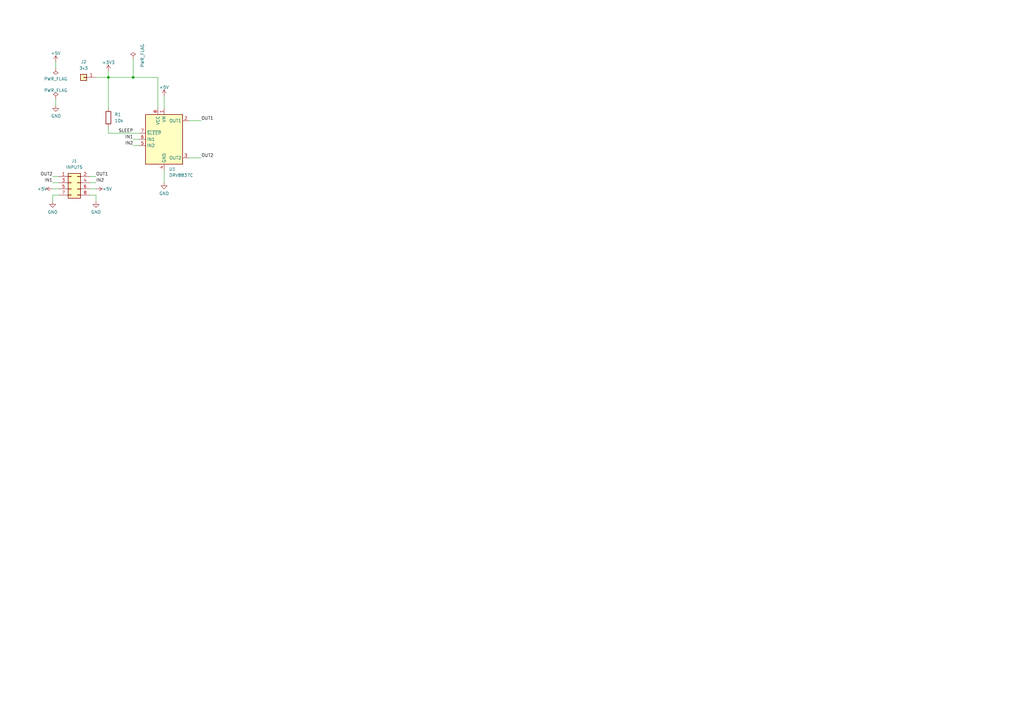
<source format=kicad_sch>
(kicad_sch (version 20211123) (generator eeschema)

  (uuid 3b838d52-596d-4e4d-a6ac-e4c8e7621137)

  (paper "A3")

  (lib_symbols
    (symbol "Connector_Generic:Conn_01x01" (pin_names (offset 1.016) hide) (in_bom yes) (on_board yes)
      (property "Reference" "J" (id 0) (at 0 2.54 0)
        (effects (font (size 1.27 1.27)))
      )
      (property "Value" "Conn_01x01" (id 1) (at 0 -2.54 0)
        (effects (font (size 1.27 1.27)))
      )
      (property "Footprint" "" (id 2) (at 0 0 0)
        (effects (font (size 1.27 1.27)) hide)
      )
      (property "Datasheet" "~" (id 3) (at 0 0 0)
        (effects (font (size 1.27 1.27)) hide)
      )
      (property "ki_keywords" "connector" (id 4) (at 0 0 0)
        (effects (font (size 1.27 1.27)) hide)
      )
      (property "ki_description" "Generic connector, single row, 01x01, script generated (kicad-library-utils/schlib/autogen/connector/)" (id 5) (at 0 0 0)
        (effects (font (size 1.27 1.27)) hide)
      )
      (property "ki_fp_filters" "Connector*:*_1x??_*" (id 6) (at 0 0 0)
        (effects (font (size 1.27 1.27)) hide)
      )
      (symbol "Conn_01x01_1_1"
        (rectangle (start -1.27 0.127) (end 0 -0.127)
          (stroke (width 0.1524) (type default) (color 0 0 0 0))
          (fill (type none))
        )
        (rectangle (start -1.27 1.27) (end 1.27 -1.27)
          (stroke (width 0.254) (type default) (color 0 0 0 0))
          (fill (type background))
        )
        (pin passive line (at -5.08 0 0) (length 3.81)
          (name "Pin_1" (effects (font (size 1.27 1.27))))
          (number "1" (effects (font (size 1.27 1.27))))
        )
      )
    )
    (symbol "Connector_Generic:Conn_02x04_Odd_Even" (pin_names (offset 1.016) hide) (in_bom yes) (on_board yes)
      (property "Reference" "J" (id 0) (at 1.27 5.08 0)
        (effects (font (size 1.27 1.27)))
      )
      (property "Value" "Conn_02x04_Odd_Even" (id 1) (at 1.27 -7.62 0)
        (effects (font (size 1.27 1.27)))
      )
      (property "Footprint" "" (id 2) (at 0 0 0)
        (effects (font (size 1.27 1.27)) hide)
      )
      (property "Datasheet" "~" (id 3) (at 0 0 0)
        (effects (font (size 1.27 1.27)) hide)
      )
      (property "ki_keywords" "connector" (id 4) (at 0 0 0)
        (effects (font (size 1.27 1.27)) hide)
      )
      (property "ki_description" "Generic connector, double row, 02x04, odd/even pin numbering scheme (row 1 odd numbers, row 2 even numbers), script generated (kicad-library-utils/schlib/autogen/connector/)" (id 5) (at 0 0 0)
        (effects (font (size 1.27 1.27)) hide)
      )
      (property "ki_fp_filters" "Connector*:*_2x??_*" (id 6) (at 0 0 0)
        (effects (font (size 1.27 1.27)) hide)
      )
      (symbol "Conn_02x04_Odd_Even_1_1"
        (rectangle (start -1.27 -4.953) (end 0 -5.207)
          (stroke (width 0.1524) (type default) (color 0 0 0 0))
          (fill (type none))
        )
        (rectangle (start -1.27 -2.413) (end 0 -2.667)
          (stroke (width 0.1524) (type default) (color 0 0 0 0))
          (fill (type none))
        )
        (rectangle (start -1.27 0.127) (end 0 -0.127)
          (stroke (width 0.1524) (type default) (color 0 0 0 0))
          (fill (type none))
        )
        (rectangle (start -1.27 2.667) (end 0 2.413)
          (stroke (width 0.1524) (type default) (color 0 0 0 0))
          (fill (type none))
        )
        (rectangle (start -1.27 3.81) (end 3.81 -6.35)
          (stroke (width 0.254) (type default) (color 0 0 0 0))
          (fill (type background))
        )
        (rectangle (start 3.81 -4.953) (end 2.54 -5.207)
          (stroke (width 0.1524) (type default) (color 0 0 0 0))
          (fill (type none))
        )
        (rectangle (start 3.81 -2.413) (end 2.54 -2.667)
          (stroke (width 0.1524) (type default) (color 0 0 0 0))
          (fill (type none))
        )
        (rectangle (start 3.81 0.127) (end 2.54 -0.127)
          (stroke (width 0.1524) (type default) (color 0 0 0 0))
          (fill (type none))
        )
        (rectangle (start 3.81 2.667) (end 2.54 2.413)
          (stroke (width 0.1524) (type default) (color 0 0 0 0))
          (fill (type none))
        )
        (pin passive line (at -5.08 2.54 0) (length 3.81)
          (name "Pin_1" (effects (font (size 1.27 1.27))))
          (number "1" (effects (font (size 1.27 1.27))))
        )
        (pin passive line (at 7.62 2.54 180) (length 3.81)
          (name "Pin_2" (effects (font (size 1.27 1.27))))
          (number "2" (effects (font (size 1.27 1.27))))
        )
        (pin passive line (at -5.08 0 0) (length 3.81)
          (name "Pin_3" (effects (font (size 1.27 1.27))))
          (number "3" (effects (font (size 1.27 1.27))))
        )
        (pin passive line (at 7.62 0 180) (length 3.81)
          (name "Pin_4" (effects (font (size 1.27 1.27))))
          (number "4" (effects (font (size 1.27 1.27))))
        )
        (pin passive line (at -5.08 -2.54 0) (length 3.81)
          (name "Pin_5" (effects (font (size 1.27 1.27))))
          (number "5" (effects (font (size 1.27 1.27))))
        )
        (pin passive line (at 7.62 -2.54 180) (length 3.81)
          (name "Pin_6" (effects (font (size 1.27 1.27))))
          (number "6" (effects (font (size 1.27 1.27))))
        )
        (pin passive line (at -5.08 -5.08 0) (length 3.81)
          (name "Pin_7" (effects (font (size 1.27 1.27))))
          (number "7" (effects (font (size 1.27 1.27))))
        )
        (pin passive line (at 7.62 -5.08 180) (length 3.81)
          (name "Pin_8" (effects (font (size 1.27 1.27))))
          (number "8" (effects (font (size 1.27 1.27))))
        )
      )
    )
    (symbol "Device:R" (pin_numbers hide) (pin_names (offset 0)) (in_bom yes) (on_board yes)
      (property "Reference" "R" (id 0) (at 2.032 0 90)
        (effects (font (size 1.27 1.27)))
      )
      (property "Value" "R" (id 1) (at 0 0 90)
        (effects (font (size 1.27 1.27)))
      )
      (property "Footprint" "" (id 2) (at -1.778 0 90)
        (effects (font (size 1.27 1.27)) hide)
      )
      (property "Datasheet" "~" (id 3) (at 0 0 0)
        (effects (font (size 1.27 1.27)) hide)
      )
      (property "ki_keywords" "R res resistor" (id 4) (at 0 0 0)
        (effects (font (size 1.27 1.27)) hide)
      )
      (property "ki_description" "Resistor" (id 5) (at 0 0 0)
        (effects (font (size 1.27 1.27)) hide)
      )
      (property "ki_fp_filters" "R_*" (id 6) (at 0 0 0)
        (effects (font (size 1.27 1.27)) hide)
      )
      (symbol "R_0_1"
        (rectangle (start -1.016 -2.54) (end 1.016 2.54)
          (stroke (width 0.254) (type default) (color 0 0 0 0))
          (fill (type none))
        )
      )
      (symbol "R_1_1"
        (pin passive line (at 0 3.81 270) (length 1.27)
          (name "~" (effects (font (size 1.27 1.27))))
          (number "1" (effects (font (size 1.27 1.27))))
        )
        (pin passive line (at 0 -3.81 90) (length 1.27)
          (name "~" (effects (font (size 1.27 1.27))))
          (number "2" (effects (font (size 1.27 1.27))))
        )
      )
    )
    (symbol "Driver_Motor:DRV8837C" (in_bom yes) (on_board yes)
      (property "Reference" "U" (id 0) (at 6.35 11.43 0)
        (effects (font (size 1.27 1.27)))
      )
      (property "Value" "DRV8837C" (id 1) (at -10.16 11.43 0)
        (effects (font (size 1.27 1.27)))
      )
      (property "Footprint" "Package_SON:WSON-8-1EP_2x2mm_P0.5mm_EP0.9x1.6mm" (id 2) (at 0 -21.59 0)
        (effects (font (size 1.27 1.27)) hide)
      )
      (property "Datasheet" "http://www.ti.com/lit/ds/symlink/drv8837c.pdf" (id 3) (at 0 0 0)
        (effects (font (size 1.27 1.27)) hide)
      )
      (property "ki_keywords" "half bridge driver" (id 4) (at 0 0 0)
        (effects (font (size 1.27 1.27)) hide)
      )
      (property "ki_description" "H-Bridge driver, 1A, Low Voltage, PWM input, WSON-8" (id 5) (at 0 0 0)
        (effects (font (size 1.27 1.27)) hide)
      )
      (property "ki_fp_filters" "WSON*1EP*2x2mm*P0.5mm*" (id 6) (at 0 0 0)
        (effects (font (size 1.27 1.27)) hide)
      )
      (symbol "DRV8837C_0_1"
        (rectangle (start -7.62 10.16) (end 7.62 -10.16)
          (stroke (width 0.254) (type default) (color 0 0 0 0))
          (fill (type background))
        )
      )
      (symbol "DRV8837C_1_1"
        (pin power_in line (at 0 12.7 270) (length 2.54)
          (name "VM" (effects (font (size 1.27 1.27))))
          (number "1" (effects (font (size 1.27 1.27))))
        )
        (pin output line (at 10.16 7.62 180) (length 2.54)
          (name "OUT1" (effects (font (size 1.27 1.27))))
          (number "2" (effects (font (size 1.27 1.27))))
        )
        (pin output line (at 10.16 -7.62 180) (length 2.54)
          (name "OUT2" (effects (font (size 1.27 1.27))))
          (number "3" (effects (font (size 1.27 1.27))))
        )
        (pin power_in line (at 0 -12.7 90) (length 2.54)
          (name "GND" (effects (font (size 1.27 1.27))))
          (number "4" (effects (font (size 1.27 1.27))))
        )
        (pin input line (at -10.16 -2.54 0) (length 2.54)
          (name "IN2" (effects (font (size 1.27 1.27))))
          (number "5" (effects (font (size 1.27 1.27))))
        )
        (pin input line (at -10.16 0 0) (length 2.54)
          (name "IN1" (effects (font (size 1.27 1.27))))
          (number "6" (effects (font (size 1.27 1.27))))
        )
        (pin input line (at -10.16 2.54 0) (length 2.54)
          (name "~{SLEEP}" (effects (font (size 1.27 1.27))))
          (number "7" (effects (font (size 1.27 1.27))))
        )
        (pin power_in line (at -2.54 12.7 270) (length 2.54)
          (name "VCC" (effects (font (size 1.27 1.27))))
          (number "8" (effects (font (size 1.27 1.27))))
        )
        (pin passive line (at 0 -12.7 90) (length 2.54) hide
          (name "GND" (effects (font (size 1.27 1.27))))
          (number "9" (effects (font (size 1.27 1.27))))
        )
      )
    )
    (symbol "power:+3V3" (power) (pin_names (offset 0)) (in_bom yes) (on_board yes)
      (property "Reference" "#PWR" (id 0) (at 0 -3.81 0)
        (effects (font (size 1.27 1.27)) hide)
      )
      (property "Value" "+3V3" (id 1) (at 0 3.556 0)
        (effects (font (size 1.27 1.27)))
      )
      (property "Footprint" "" (id 2) (at 0 0 0)
        (effects (font (size 1.27 1.27)) hide)
      )
      (property "Datasheet" "" (id 3) (at 0 0 0)
        (effects (font (size 1.27 1.27)) hide)
      )
      (property "ki_keywords" "power-flag" (id 4) (at 0 0 0)
        (effects (font (size 1.27 1.27)) hide)
      )
      (property "ki_description" "Power symbol creates a global label with name \"+3V3\"" (id 5) (at 0 0 0)
        (effects (font (size 1.27 1.27)) hide)
      )
      (symbol "+3V3_0_1"
        (polyline
          (pts
            (xy -0.762 1.27)
            (xy 0 2.54)
          )
          (stroke (width 0) (type default) (color 0 0 0 0))
          (fill (type none))
        )
        (polyline
          (pts
            (xy 0 0)
            (xy 0 2.54)
          )
          (stroke (width 0) (type default) (color 0 0 0 0))
          (fill (type none))
        )
        (polyline
          (pts
            (xy 0 2.54)
            (xy 0.762 1.27)
          )
          (stroke (width 0) (type default) (color 0 0 0 0))
          (fill (type none))
        )
      )
      (symbol "+3V3_1_1"
        (pin power_in line (at 0 0 90) (length 0) hide
          (name "+3V3" (effects (font (size 1.27 1.27))))
          (number "1" (effects (font (size 1.27 1.27))))
        )
      )
    )
    (symbol "power:+5V" (power) (pin_names (offset 0)) (in_bom yes) (on_board yes)
      (property "Reference" "#PWR" (id 0) (at 0 -3.81 0)
        (effects (font (size 1.27 1.27)) hide)
      )
      (property "Value" "+5V" (id 1) (at 0 3.556 0)
        (effects (font (size 1.27 1.27)))
      )
      (property "Footprint" "" (id 2) (at 0 0 0)
        (effects (font (size 1.27 1.27)) hide)
      )
      (property "Datasheet" "" (id 3) (at 0 0 0)
        (effects (font (size 1.27 1.27)) hide)
      )
      (property "ki_keywords" "power-flag" (id 4) (at 0 0 0)
        (effects (font (size 1.27 1.27)) hide)
      )
      (property "ki_description" "Power symbol creates a global label with name \"+5V\"" (id 5) (at 0 0 0)
        (effects (font (size 1.27 1.27)) hide)
      )
      (symbol "+5V_0_1"
        (polyline
          (pts
            (xy -0.762 1.27)
            (xy 0 2.54)
          )
          (stroke (width 0) (type default) (color 0 0 0 0))
          (fill (type none))
        )
        (polyline
          (pts
            (xy 0 0)
            (xy 0 2.54)
          )
          (stroke (width 0) (type default) (color 0 0 0 0))
          (fill (type none))
        )
        (polyline
          (pts
            (xy 0 2.54)
            (xy 0.762 1.27)
          )
          (stroke (width 0) (type default) (color 0 0 0 0))
          (fill (type none))
        )
      )
      (symbol "+5V_1_1"
        (pin power_in line (at 0 0 90) (length 0) hide
          (name "+5V" (effects (font (size 1.27 1.27))))
          (number "1" (effects (font (size 1.27 1.27))))
        )
      )
    )
    (symbol "power:GND" (power) (pin_names (offset 0)) (in_bom yes) (on_board yes)
      (property "Reference" "#PWR" (id 0) (at 0 -6.35 0)
        (effects (font (size 1.27 1.27)) hide)
      )
      (property "Value" "GND" (id 1) (at 0 -3.81 0)
        (effects (font (size 1.27 1.27)))
      )
      (property "Footprint" "" (id 2) (at 0 0 0)
        (effects (font (size 1.27 1.27)) hide)
      )
      (property "Datasheet" "" (id 3) (at 0 0 0)
        (effects (font (size 1.27 1.27)) hide)
      )
      (property "ki_keywords" "power-flag" (id 4) (at 0 0 0)
        (effects (font (size 1.27 1.27)) hide)
      )
      (property "ki_description" "Power symbol creates a global label with name \"GND\" , ground" (id 5) (at 0 0 0)
        (effects (font (size 1.27 1.27)) hide)
      )
      (symbol "GND_0_1"
        (polyline
          (pts
            (xy 0 0)
            (xy 0 -1.27)
            (xy 1.27 -1.27)
            (xy 0 -2.54)
            (xy -1.27 -1.27)
            (xy 0 -1.27)
          )
          (stroke (width 0) (type default) (color 0 0 0 0))
          (fill (type none))
        )
      )
      (symbol "GND_1_1"
        (pin power_in line (at 0 0 270) (length 0) hide
          (name "GND" (effects (font (size 1.27 1.27))))
          (number "1" (effects (font (size 1.27 1.27))))
        )
      )
    )
    (symbol "power:PWR_FLAG" (power) (pin_numbers hide) (pin_names (offset 0) hide) (in_bom yes) (on_board yes)
      (property "Reference" "#FLG" (id 0) (at 0 1.905 0)
        (effects (font (size 1.27 1.27)) hide)
      )
      (property "Value" "PWR_FLAG" (id 1) (at 0 3.81 0)
        (effects (font (size 1.27 1.27)))
      )
      (property "Footprint" "" (id 2) (at 0 0 0)
        (effects (font (size 1.27 1.27)) hide)
      )
      (property "Datasheet" "~" (id 3) (at 0 0 0)
        (effects (font (size 1.27 1.27)) hide)
      )
      (property "ki_keywords" "power-flag" (id 4) (at 0 0 0)
        (effects (font (size 1.27 1.27)) hide)
      )
      (property "ki_description" "Special symbol for telling ERC where power comes from" (id 5) (at 0 0 0)
        (effects (font (size 1.27 1.27)) hide)
      )
      (symbol "PWR_FLAG_0_0"
        (pin power_out line (at 0 0 90) (length 0)
          (name "pwr" (effects (font (size 1.27 1.27))))
          (number "1" (effects (font (size 1.27 1.27))))
        )
      )
      (symbol "PWR_FLAG_0_1"
        (polyline
          (pts
            (xy 0 0)
            (xy 0 1.27)
            (xy -1.016 1.905)
            (xy 0 2.54)
            (xy 1.016 1.905)
            (xy 0 1.27)
          )
          (stroke (width 0) (type default) (color 0 0 0 0))
          (fill (type none))
        )
      )
    )
  )

  (junction (at 54.61 31.75) (diameter 0) (color 0 0 0 0)
    (uuid 393f18f9-115f-42b8-96f9-9b503513e9ca)
  )
  (junction (at 44.45 31.75) (diameter 0) (color 0 0 0 0)
    (uuid c9b80785-579e-4d19-9ee1-6e821dced694)
  )

  (wire (pts (xy 36.83 74.93) (xy 39.37 74.93))
    (stroke (width 0) (type default) (color 0 0 0 0))
    (uuid 15bdc194-841e-42b6-b195-5c3ea27ebc24)
  )
  (wire (pts (xy 36.83 77.47) (xy 39.37 77.47))
    (stroke (width 0) (type default) (color 0 0 0 0))
    (uuid 188dabb7-4aa9-48c2-a1a8-735f65011642)
  )
  (wire (pts (xy 67.31 69.85) (xy 67.31 74.93))
    (stroke (width 0) (type default) (color 0 0 0 0))
    (uuid 21179ca7-57e4-4c4b-8091-92a28ab631d3)
  )
  (wire (pts (xy 36.83 80.01) (xy 39.37 80.01))
    (stroke (width 0) (type default) (color 0 0 0 0))
    (uuid 38c09739-ae66-4a68-8350-5b2bab8a9be9)
  )
  (wire (pts (xy 44.45 54.61) (xy 44.45 52.07))
    (stroke (width 0) (type default) (color 0 0 0 0))
    (uuid 4d758e02-8edb-4e74-9fb0-5e375cc953df)
  )
  (wire (pts (xy 44.45 29.21) (xy 44.45 31.75))
    (stroke (width 0) (type default) (color 0 0 0 0))
    (uuid 4e8c7ad4-040e-4306-a8b3-a836b40d921b)
  )
  (wire (pts (xy 21.59 72.39) (xy 24.13 72.39))
    (stroke (width 0) (type default) (color 0 0 0 0))
    (uuid 5c3df058-d43a-492f-a18d-6cc86940c08c)
  )
  (wire (pts (xy 77.47 49.53) (xy 82.55 49.53))
    (stroke (width 0) (type default) (color 0 0 0 0))
    (uuid 5cfe68f0-bc68-4ffe-8a76-cf2add7e48d1)
  )
  (wire (pts (xy 44.45 31.75) (xy 44.45 44.45))
    (stroke (width 0) (type default) (color 0 0 0 0))
    (uuid 67116ac7-bf2b-418d-a822-a85f361c8967)
  )
  (wire (pts (xy 54.61 59.69) (xy 57.15 59.69))
    (stroke (width 0) (type default) (color 0 0 0 0))
    (uuid 73aa0fd0-fe36-4a3d-819d-3370abb2b5be)
  )
  (wire (pts (xy 36.83 72.39) (xy 39.37 72.39))
    (stroke (width 0) (type default) (color 0 0 0 0))
    (uuid 77301f95-8c8e-45ae-a62c-66d2cb9a7d27)
  )
  (wire (pts (xy 39.37 80.01) (xy 39.37 82.55))
    (stroke (width 0) (type default) (color 0 0 0 0))
    (uuid 7ee5886b-17d2-405d-b000-cb4021c109bd)
  )
  (wire (pts (xy 39.37 31.75) (xy 44.45 31.75))
    (stroke (width 0) (type default) (color 0 0 0 0))
    (uuid 850745d7-d284-4de9-b495-4ddb82b2e327)
  )
  (wire (pts (xy 22.86 40.64) (xy 22.86 43.18))
    (stroke (width 0) (type default) (color 0 0 0 0))
    (uuid 85d77bde-513e-4ae2-87f8-3d3333fa49f7)
  )
  (wire (pts (xy 77.47 64.77) (xy 82.55 64.77))
    (stroke (width 0) (type default) (color 0 0 0 0))
    (uuid 9bab6f0e-3f73-4d54-abba-8201604583d4)
  )
  (wire (pts (xy 21.59 80.01) (xy 21.59 82.55))
    (stroke (width 0) (type default) (color 0 0 0 0))
    (uuid ae2be27a-c9a8-41f1-8b09-c8b98a11652e)
  )
  (wire (pts (xy 54.61 57.15) (xy 57.15 57.15))
    (stroke (width 0) (type default) (color 0 0 0 0))
    (uuid b0d83407-a6c7-4424-979f-2c4a01bd1c5b)
  )
  (wire (pts (xy 44.45 54.61) (xy 57.15 54.61))
    (stroke (width 0) (type default) (color 0 0 0 0))
    (uuid b4495f57-999a-4323-ac22-4b18cc44aa67)
  )
  (wire (pts (xy 54.61 24.13) (xy 54.61 31.75))
    (stroke (width 0) (type default) (color 0 0 0 0))
    (uuid b4e6bc24-f6bf-48a8-8169-5278fa482035)
  )
  (wire (pts (xy 21.59 77.47) (xy 24.13 77.47))
    (stroke (width 0) (type default) (color 0 0 0 0))
    (uuid b5e07cb2-5ef5-4001-b722-e1f40b62057a)
  )
  (wire (pts (xy 67.31 39.37) (xy 67.31 44.45))
    (stroke (width 0) (type default) (color 0 0 0 0))
    (uuid bd562125-bbdc-4d5b-a9c8-e02015de51d2)
  )
  (wire (pts (xy 64.77 31.75) (xy 64.77 44.45))
    (stroke (width 0) (type default) (color 0 0 0 0))
    (uuid be629f78-7e21-42b0-9650-c595eaf7219f)
  )
  (wire (pts (xy 21.59 80.01) (xy 24.13 80.01))
    (stroke (width 0) (type default) (color 0 0 0 0))
    (uuid c0d01820-b2d8-4535-9b1a-f597eb080454)
  )
  (wire (pts (xy 22.86 25.4) (xy 22.86 27.94))
    (stroke (width 0) (type default) (color 0 0 0 0))
    (uuid c213b15f-6164-43a7-b82d-6db7089d074c)
  )
  (wire (pts (xy 64.77 31.75) (xy 54.61 31.75))
    (stroke (width 0) (type default) (color 0 0 0 0))
    (uuid d918866a-9f71-43da-9603-9fdf53abc787)
  )
  (wire (pts (xy 21.59 74.93) (xy 24.13 74.93))
    (stroke (width 0) (type default) (color 0 0 0 0))
    (uuid ec585cc4-0725-4857-9928-7dc79903d541)
  )
  (wire (pts (xy 54.61 31.75) (xy 44.45 31.75))
    (stroke (width 0) (type default) (color 0 0 0 0))
    (uuid f0edb01d-0fb2-47bd-b9f4-53d2d399e81b)
  )

  (label "OUT2" (at 82.55 64.77 0)
    (effects (font (size 1.27 1.27)) (justify left bottom))
    (uuid 1d6a6c45-a7fe-4d43-babc-dae7474df371)
  )
  (label "OUT1" (at 82.55 49.53 0)
    (effects (font (size 1.27 1.27)) (justify left bottom))
    (uuid 217d350e-7e8c-4664-9866-9a7b96ef17c4)
  )
  (label "OUT1" (at 39.37 72.39 0)
    (effects (font (size 1.27 1.27)) (justify left bottom))
    (uuid 36a1aca3-5297-408e-ae0d-a5449823c621)
  )
  (label "IN2" (at 54.61 59.69 180)
    (effects (font (size 1.27 1.27)) (justify right bottom))
    (uuid 486ba344-d1a3-4314-9c77-fc9b67c62d9e)
  )
  (label "IN1" (at 21.59 74.93 180)
    (effects (font (size 1.27 1.27)) (justify right bottom))
    (uuid 4bca00cd-7cf5-4a2a-a014-7d73f4efc0ea)
  )
  (label "SLEEP" (at 54.61 54.61 180)
    (effects (font (size 1.27 1.27)) (justify right bottom))
    (uuid 528583ea-c1a2-4fc7-9fff-1f51683f794f)
  )
  (label "OUT2" (at 21.59 72.39 180)
    (effects (font (size 1.27 1.27)) (justify right bottom))
    (uuid 60d52951-3ae7-42e3-aa14-2e9abc086ab3)
  )
  (label "IN1" (at 54.61 57.15 180)
    (effects (font (size 1.27 1.27)) (justify right bottom))
    (uuid 86d5c1c0-30b8-4990-8a94-40912c243554)
  )
  (label "IN2" (at 39.37 74.93 0)
    (effects (font (size 1.27 1.27)) (justify left bottom))
    (uuid df4c34a6-9b0c-4c27-825f-91c4a19610be)
  )

  (symbol (lib_id "power:+5V") (at 67.31 39.37 0) (unit 1)
    (in_bom yes) (on_board yes) (fields_autoplaced)
    (uuid 166cb404-b32e-48e0-a2aa-d4528c008f1c)
    (property "Reference" "#PWR04" (id 0) (at 67.31 43.18 0)
      (effects (font (size 1.27 1.27)) hide)
    )
    (property "Value" "+5V" (id 1) (at 67.31 35.7942 0))
    (property "Footprint" "" (id 2) (at 67.31 39.37 0)
      (effects (font (size 1.27 1.27)) hide)
    )
    (property "Datasheet" "" (id 3) (at 67.31 39.37 0)
      (effects (font (size 1.27 1.27)) hide)
    )
    (pin "1" (uuid ad053bb8-556f-42f7-bdb9-1a3bbe8762a6))
  )

  (symbol (lib_id "power:GND") (at 39.37 82.55 0) (unit 1)
    (in_bom yes) (on_board yes) (fields_autoplaced)
    (uuid 1b23f29f-a29f-4309-bf86-d044f2b3fec2)
    (property "Reference" "#PWR010" (id 0) (at 39.37 88.9 0)
      (effects (font (size 1.27 1.27)) hide)
    )
    (property "Value" "GND" (id 1) (at 39.37 86.9934 0))
    (property "Footprint" "" (id 2) (at 39.37 82.55 0)
      (effects (font (size 1.27 1.27)) hide)
    )
    (property "Datasheet" "" (id 3) (at 39.37 82.55 0)
      (effects (font (size 1.27 1.27)) hide)
    )
    (pin "1" (uuid a0f617d1-93a4-4c86-9fca-0a97e8e807e4))
  )

  (symbol (lib_id "power:+5V") (at 39.37 77.47 270) (unit 1)
    (in_bom yes) (on_board yes)
    (uuid 46c7a65b-8a3c-4f02-85de-e0607a0f24ff)
    (property "Reference" "#PWR09" (id 0) (at 35.56 77.47 0)
      (effects (font (size 1.27 1.27)) hide)
    )
    (property "Value" "+5V" (id 1) (at 41.91 77.47 90)
      (effects (font (size 1.27 1.27)) (justify left))
    )
    (property "Footprint" "" (id 2) (at 39.37 77.47 0)
      (effects (font (size 1.27 1.27)) hide)
    )
    (property "Datasheet" "" (id 3) (at 39.37 77.47 0)
      (effects (font (size 1.27 1.27)) hide)
    )
    (pin "1" (uuid 1777ea15-0a12-4292-8c1a-4fe886a8a989))
  )

  (symbol (lib_id "power:+5V") (at 22.86 25.4 0) (unit 1)
    (in_bom yes) (on_board yes) (fields_autoplaced)
    (uuid 62b9bd71-3f98-4f50-b957-30b6cf6d706c)
    (property "Reference" "#PWR08" (id 0) (at 22.86 29.21 0)
      (effects (font (size 1.27 1.27)) hide)
    )
    (property "Value" "+5V" (id 1) (at 22.86 21.8242 0))
    (property "Footprint" "" (id 2) (at 22.86 25.4 0)
      (effects (font (size 1.27 1.27)) hide)
    )
    (property "Datasheet" "" (id 3) (at 22.86 25.4 0)
      (effects (font (size 1.27 1.27)) hide)
    )
    (pin "1" (uuid a2327d34-e9cf-477b-9366-7782fd63a96c))
  )

  (symbol (lib_id "power:PWR_FLAG") (at 22.86 40.64 0) (unit 1)
    (in_bom yes) (on_board yes) (fields_autoplaced)
    (uuid 63f41b2e-64ff-4c28-bb7d-15e0a1332993)
    (property "Reference" "#FLG02" (id 0) (at 22.86 38.735 0)
      (effects (font (size 1.27 1.27)) hide)
    )
    (property "Value" "PWR_FLAG" (id 1) (at 22.86 37.0642 0))
    (property "Footprint" "" (id 2) (at 22.86 40.64 0)
      (effects (font (size 1.27 1.27)) hide)
    )
    (property "Datasheet" "~" (id 3) (at 22.86 40.64 0)
      (effects (font (size 1.27 1.27)) hide)
    )
    (pin "1" (uuid d0ab23aa-35fa-41e6-a0ba-4cb64d57429d))
  )

  (symbol (lib_id "power:PWR_FLAG") (at 22.86 27.94 180) (unit 1)
    (in_bom yes) (on_board yes) (fields_autoplaced)
    (uuid 68be2dbd-5818-4abd-8f4d-9721a3cacd88)
    (property "Reference" "#FLG01" (id 0) (at 22.86 29.845 0)
      (effects (font (size 1.27 1.27)) hide)
    )
    (property "Value" "PWR_FLAG" (id 1) (at 22.86 32.3834 0))
    (property "Footprint" "" (id 2) (at 22.86 27.94 0)
      (effects (font (size 1.27 1.27)) hide)
    )
    (property "Datasheet" "~" (id 3) (at 22.86 27.94 0)
      (effects (font (size 1.27 1.27)) hide)
    )
    (pin "1" (uuid 839c5da7-548e-4a2e-a6fc-4f323b3ce6be))
  )

  (symbol (lib_id "power:GND") (at 67.31 74.93 0) (unit 1)
    (in_bom yes) (on_board yes) (fields_autoplaced)
    (uuid 7b29d5e0-03c1-45ea-8609-84e30e5d4773)
    (property "Reference" "#PWR05" (id 0) (at 67.31 81.28 0)
      (effects (font (size 1.27 1.27)) hide)
    )
    (property "Value" "GND" (id 1) (at 67.31 79.3734 0))
    (property "Footprint" "" (id 2) (at 67.31 74.93 0)
      (effects (font (size 1.27 1.27)) hide)
    )
    (property "Datasheet" "" (id 3) (at 67.31 74.93 0)
      (effects (font (size 1.27 1.27)) hide)
    )
    (pin "1" (uuid aea869cc-1931-4fac-9daa-bf76ab3698c7))
  )

  (symbol (lib_id "power:+3V3") (at 44.45 29.21 0) (unit 1)
    (in_bom yes) (on_board yes) (fields_autoplaced)
    (uuid 9c1df42f-c27c-4e43-8b0f-c402edd18aa2)
    (property "Reference" "#PWR03" (id 0) (at 44.45 33.02 0)
      (effects (font (size 1.27 1.27)) hide)
    )
    (property "Value" "+3V3" (id 1) (at 44.45 25.6342 0))
    (property "Footprint" "" (id 2) (at 44.45 29.21 0)
      (effects (font (size 1.27 1.27)) hide)
    )
    (property "Datasheet" "" (id 3) (at 44.45 29.21 0)
      (effects (font (size 1.27 1.27)) hide)
    )
    (pin "1" (uuid aeb5f577-1392-402c-b7dc-015fc3cbdacb))
  )

  (symbol (lib_id "power:GND") (at 21.59 82.55 0) (unit 1)
    (in_bom yes) (on_board yes) (fields_autoplaced)
    (uuid a55a4272-01d1-4754-8c96-7db40686d1e0)
    (property "Reference" "#PWR07" (id 0) (at 21.59 88.9 0)
      (effects (font (size 1.27 1.27)) hide)
    )
    (property "Value" "GND" (id 1) (at 21.59 86.9934 0))
    (property "Footprint" "" (id 2) (at 21.59 82.55 0)
      (effects (font (size 1.27 1.27)) hide)
    )
    (property "Datasheet" "" (id 3) (at 21.59 82.55 0)
      (effects (font (size 1.27 1.27)) hide)
    )
    (pin "1" (uuid 3fca2455-f020-4f4a-ac5d-6087c8c21947))
  )

  (symbol (lib_id "power:GND") (at 22.86 43.18 0) (unit 1)
    (in_bom yes) (on_board yes)
    (uuid ad0b22d7-3653-4fb9-912e-de4c142b3e0a)
    (property "Reference" "#PWR02" (id 0) (at 22.86 49.53 0)
      (effects (font (size 1.27 1.27)) hide)
    )
    (property "Value" "GND" (id 1) (at 22.987 47.5742 0))
    (property "Footprint" "" (id 2) (at 22.86 43.18 0)
      (effects (font (size 1.27 1.27)) hide)
    )
    (property "Datasheet" "" (id 3) (at 22.86 43.18 0)
      (effects (font (size 1.27 1.27)) hide)
    )
    (pin "1" (uuid 2e7a6acd-f16d-4565-9901-7b01d99343cf))
  )

  (symbol (lib_id "Connector_Generic:Conn_01x01") (at 34.29 31.75 180) (unit 1)
    (in_bom yes) (on_board yes) (fields_autoplaced)
    (uuid cf12bc39-7106-4f8d-b1e3-0053a73439a0)
    (property "Reference" "J2" (id 0) (at 34.29 25.4 0))
    (property "Value" "3v3" (id 1) (at 34.29 27.94 0))
    (property "Footprint" "Connector_PinHeader_2.54mm:PinHeader_1x01_P2.54mm_Vertical" (id 2) (at 34.29 31.75 0)
      (effects (font (size 1.27 1.27)) hide)
    )
    (property "Datasheet" "~" (id 3) (at 34.29 31.75 0)
      (effects (font (size 1.27 1.27)) hide)
    )
    (pin "1" (uuid b4b2cde3-61de-4994-86b1-c8c3f3920a25))
  )

  (symbol (lib_id "power:+5V") (at 21.59 77.47 90) (unit 1)
    (in_bom yes) (on_board yes)
    (uuid da35aa8d-fa83-43e7-ab7a-41b3b9fd1c96)
    (property "Reference" "#PWR06" (id 0) (at 25.4 77.47 0)
      (effects (font (size 1.27 1.27)) hide)
    )
    (property "Value" "+5V" (id 1) (at 15.24 77.47 90)
      (effects (font (size 1.27 1.27)) (justify right))
    )
    (property "Footprint" "" (id 2) (at 21.59 77.47 0)
      (effects (font (size 1.27 1.27)) hide)
    )
    (property "Datasheet" "" (id 3) (at 21.59 77.47 0)
      (effects (font (size 1.27 1.27)) hide)
    )
    (pin "1" (uuid 244cdd16-d9a1-490b-8f44-51c47a1bd5cf))
  )

  (symbol (lib_id "Device:R") (at 44.45 48.26 180) (unit 1)
    (in_bom yes) (on_board yes) (fields_autoplaced)
    (uuid f4d9c957-1c6e-41d9-af0b-5122caf9ca68)
    (property "Reference" "R1" (id 0) (at 46.99 46.9899 0)
      (effects (font (size 1.27 1.27)) (justify right))
    )
    (property "Value" "10k" (id 1) (at 46.99 49.5299 0)
      (effects (font (size 1.27 1.27)) (justify right))
    )
    (property "Footprint" "Resistor_SMD:R_0603_1608Metric" (id 2) (at 46.228 48.26 90)
      (effects (font (size 1.27 1.27)) hide)
    )
    (property "Datasheet" "~" (id 3) (at 44.45 48.26 0)
      (effects (font (size 1.27 1.27)) hide)
    )
    (pin "1" (uuid d22269bf-e531-4541-98b1-73a9e7cc23b2))
    (pin "2" (uuid 1b0ccda4-d0bb-435f-b232-c2d0f1f0b098))
  )

  (symbol (lib_id "Connector_Generic:Conn_02x04_Odd_Even") (at 29.21 74.93 0) (unit 1)
    (in_bom yes) (on_board yes) (fields_autoplaced)
    (uuid f5b99ea3-7133-4e08-a61e-922d231e277f)
    (property "Reference" "J1" (id 0) (at 30.48 66.04 0))
    (property "Value" "INPUTS" (id 1) (at 30.48 68.58 0))
    (property "Footprint" "Connector_PinHeader_2.54mm:PinHeader_2x04_P2.54mm_Vertical" (id 2) (at 29.21 74.93 0)
      (effects (font (size 1.27 1.27)) hide)
    )
    (property "Datasheet" "~" (id 3) (at 29.21 74.93 0)
      (effects (font (size 1.27 1.27)) hide)
    )
    (pin "1" (uuid a7957334-456b-441b-bc2b-97dc7adaf01d))
    (pin "2" (uuid f4bd54bc-3e64-4a22-bec4-f19e757098b3))
    (pin "3" (uuid a386a03b-b72e-422c-8242-00f4b2aa57aa))
    (pin "4" (uuid 801bf68e-184d-4462-baa4-d6bc452ea75e))
    (pin "5" (uuid ce5a9b74-107a-4790-92c2-c6c5e750769c))
    (pin "6" (uuid 468463df-bfa9-4fc0-a62e-4f3e621125e4))
    (pin "7" (uuid f13c2043-b530-4b19-bbfe-a8f39dd941a8))
    (pin "8" (uuid 6ec3b067-c9aa-4909-8dcb-f6f8171da311))
  )

  (symbol (lib_id "power:PWR_FLAG") (at 54.61 24.13 0) (unit 1)
    (in_bom yes) (on_board yes) (fields_autoplaced)
    (uuid fbdc7926-7431-4cf1-9be3-3325d4069185)
    (property "Reference" "#FLG0101" (id 0) (at 54.61 22.225 0)
      (effects (font (size 1.27 1.27)) hide)
    )
    (property "Value" "PWR_FLAG" (id 1) (at 58.42 22.86 90))
    (property "Footprint" "" (id 2) (at 54.61 24.13 0)
      (effects (font (size 1.27 1.27)) hide)
    )
    (property "Datasheet" "~" (id 3) (at 54.61 24.13 0)
      (effects (font (size 1.27 1.27)) hide)
    )
    (pin "1" (uuid 0a39c24b-6930-48a2-8e77-fd6cd55ad638))
  )

  (symbol (lib_id "Driver_Motor:DRV8837C") (at 67.31 57.15 0) (unit 1)
    (in_bom yes) (on_board yes) (fields_autoplaced)
    (uuid fc175872-9f25-4de1-b16c-895aafddcde6)
    (property "Reference" "U1" (id 0) (at 69.3294 69.3404 0)
      (effects (font (size 1.27 1.27)) (justify left))
    )
    (property "Value" "DRV8837C" (id 1) (at 69.3294 71.8773 0)
      (effects (font (size 1.27 1.27)) (justify left))
    )
    (property "Footprint" "Package_SON:WSON-8-1EP_2x2mm_P0.5mm_EP0.9x1.6mm" (id 2) (at 67.31 78.74 0)
      (effects (font (size 1.27 1.27)) hide)
    )
    (property "Datasheet" "http://www.ti.com/lit/ds/symlink/drv8837c.pdf" (id 3) (at 67.31 57.15 0)
      (effects (font (size 1.27 1.27)) hide)
    )
    (pin "1" (uuid 87bf75c2-01ec-4c73-9c5f-0852b5d9a37f))
    (pin "2" (uuid 485b19f0-505e-4782-9bf6-a7aa2e109bed))
    (pin "3" (uuid 92f9a95b-c5df-483a-aecc-c8ef00ffc1d5))
    (pin "4" (uuid 9fbb07a6-b4bb-426d-99f0-242ac4277494))
    (pin "5" (uuid 4a3ac57e-7a22-474d-9b18-f425a9e1fa0f))
    (pin "6" (uuid 8db2d22a-2aeb-4375-ac3a-b08cd6bfbe05))
    (pin "7" (uuid ca93aeb2-274b-4366-be09-2daa6f922a37))
    (pin "8" (uuid 771272c5-1642-47da-a800-82597aea38da))
    (pin "9" (uuid b5f500dd-6930-40cb-814f-3e2ca3d3189a))
  )

  (sheet_instances
    (path "/" (page "1"))
  )

  (symbol_instances
    (path "/68be2dbd-5818-4abd-8f4d-9721a3cacd88"
      (reference "#FLG01") (unit 1) (value "PWR_FLAG") (footprint "")
    )
    (path "/63f41b2e-64ff-4c28-bb7d-15e0a1332993"
      (reference "#FLG02") (unit 1) (value "PWR_FLAG") (footprint "")
    )
    (path "/fbdc7926-7431-4cf1-9be3-3325d4069185"
      (reference "#FLG0101") (unit 1) (value "PWR_FLAG") (footprint "")
    )
    (path "/ad0b22d7-3653-4fb9-912e-de4c142b3e0a"
      (reference "#PWR02") (unit 1) (value "GND") (footprint "")
    )
    (path "/9c1df42f-c27c-4e43-8b0f-c402edd18aa2"
      (reference "#PWR03") (unit 1) (value "+3V3") (footprint "")
    )
    (path "/166cb404-b32e-48e0-a2aa-d4528c008f1c"
      (reference "#PWR04") (unit 1) (value "+5V") (footprint "")
    )
    (path "/7b29d5e0-03c1-45ea-8609-84e30e5d4773"
      (reference "#PWR05") (unit 1) (value "GND") (footprint "")
    )
    (path "/da35aa8d-fa83-43e7-ab7a-41b3b9fd1c96"
      (reference "#PWR06") (unit 1) (value "+5V") (footprint "")
    )
    (path "/a55a4272-01d1-4754-8c96-7db40686d1e0"
      (reference "#PWR07") (unit 1) (value "GND") (footprint "")
    )
    (path "/62b9bd71-3f98-4f50-b957-30b6cf6d706c"
      (reference "#PWR08") (unit 1) (value "+5V") (footprint "")
    )
    (path "/46c7a65b-8a3c-4f02-85de-e0607a0f24ff"
      (reference "#PWR09") (unit 1) (value "+5V") (footprint "")
    )
    (path "/1b23f29f-a29f-4309-bf86-d044f2b3fec2"
      (reference "#PWR010") (unit 1) (value "GND") (footprint "")
    )
    (path "/f5b99ea3-7133-4e08-a61e-922d231e277f"
      (reference "J1") (unit 1) (value "INPUTS") (footprint "Connector_PinHeader_2.54mm:PinHeader_2x04_P2.54mm_Vertical")
    )
    (path "/cf12bc39-7106-4f8d-b1e3-0053a73439a0"
      (reference "J2") (unit 1) (value "3v3") (footprint "Connector_PinHeader_2.54mm:PinHeader_1x01_P2.54mm_Vertical")
    )
    (path "/f4d9c957-1c6e-41d9-af0b-5122caf9ca68"
      (reference "R1") (unit 1) (value "10k") (footprint "Resistor_SMD:R_0603_1608Metric")
    )
    (path "/fc175872-9f25-4de1-b16c-895aafddcde6"
      (reference "U1") (unit 1) (value "DRV8837C") (footprint "Package_SON:WSON-8-1EP_2x2mm_P0.5mm_EP0.9x1.6mm")
    )
  )
)

</source>
